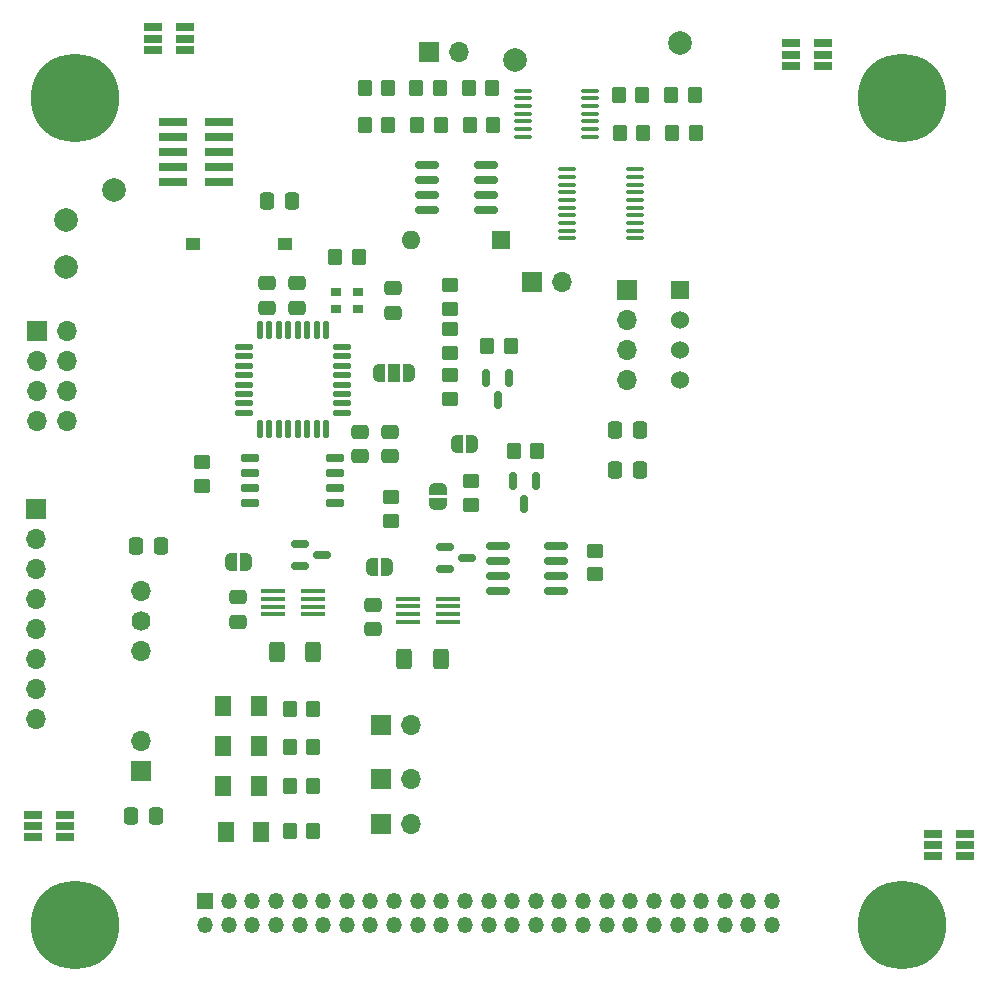
<source format=gts>
G04 #@! TF.GenerationSoftware,KiCad,Pcbnew,7.0.2*
G04 #@! TF.CreationDate,2023-04-28T23:30:38-06:00*
G04 #@! TF.ProjectId,BIRDS-X-PCB,42495244-532d-4582-9d50-43422e6b6963,rev?*
G04 #@! TF.SameCoordinates,Original*
G04 #@! TF.FileFunction,Soldermask,Top*
G04 #@! TF.FilePolarity,Negative*
%FSLAX46Y46*%
G04 Gerber Fmt 4.6, Leading zero omitted, Abs format (unit mm)*
G04 Created by KiCad (PCBNEW 7.0.2) date 2023-04-28 23:30:38*
%MOMM*%
%LPD*%
G01*
G04 APERTURE LIST*
G04 Aperture macros list*
%AMRoundRect*
0 Rectangle with rounded corners*
0 $1 Rounding radius*
0 $2 $3 $4 $5 $6 $7 $8 $9 X,Y pos of 4 corners*
0 Add a 4 corners polygon primitive as box body*
4,1,4,$2,$3,$4,$5,$6,$7,$8,$9,$2,$3,0*
0 Add four circle primitives for the rounded corners*
1,1,$1+$1,$2,$3*
1,1,$1+$1,$4,$5*
1,1,$1+$1,$6,$7*
1,1,$1+$1,$8,$9*
0 Add four rect primitives between the rounded corners*
20,1,$1+$1,$2,$3,$4,$5,0*
20,1,$1+$1,$4,$5,$6,$7,0*
20,1,$1+$1,$6,$7,$8,$9,0*
20,1,$1+$1,$8,$9,$2,$3,0*%
%AMFreePoly0*
4,1,19,0.500000,-0.750000,0.000000,-0.750000,0.000000,-0.744911,-0.071157,-0.744911,-0.207708,-0.704816,-0.327430,-0.627875,-0.420627,-0.520320,-0.479746,-0.390866,-0.500000,-0.250000,-0.500000,0.250000,-0.479746,0.390866,-0.420627,0.520320,-0.327430,0.627875,-0.207708,0.704816,-0.071157,0.744911,0.000000,0.744911,0.000000,0.750000,0.500000,0.750000,0.500000,-0.750000,0.500000,-0.750000,
$1*%
%AMFreePoly1*
4,1,19,0.000000,0.744911,0.071157,0.744911,0.207708,0.704816,0.327430,0.627875,0.420627,0.520320,0.479746,0.390866,0.500000,0.250000,0.500000,-0.250000,0.479746,-0.390866,0.420627,-0.520320,0.327430,-0.627875,0.207708,-0.704816,0.071157,-0.744911,0.000000,-0.744911,0.000000,-0.750000,-0.500000,-0.750000,-0.500000,0.750000,0.000000,0.750000,0.000000,0.744911,0.000000,0.744911,
$1*%
%AMFreePoly2*
4,1,19,0.550000,-0.750000,0.000000,-0.750000,0.000000,-0.744911,-0.071157,-0.744911,-0.207708,-0.704816,-0.327430,-0.627875,-0.420627,-0.520320,-0.479746,-0.390866,-0.500000,-0.250000,-0.500000,0.250000,-0.479746,0.390866,-0.420627,0.520320,-0.327430,0.627875,-0.207708,0.704816,-0.071157,0.744911,0.000000,0.744911,0.000000,0.750000,0.550000,0.750000,0.550000,-0.750000,0.550000,-0.750000,
$1*%
%AMFreePoly3*
4,1,19,0.000000,0.744911,0.071157,0.744911,0.207708,0.704816,0.327430,0.627875,0.420627,0.520320,0.479746,0.390866,0.500000,0.250000,0.500000,-0.250000,0.479746,-0.390866,0.420627,-0.520320,0.327430,-0.627875,0.207708,-0.704816,0.071157,-0.744911,0.000000,-0.744911,0.000000,-0.750000,-0.550000,-0.750000,-0.550000,0.750000,0.000000,0.750000,0.000000,0.744911,0.000000,0.744911,
$1*%
G04 Aperture macros list end*
%ADD10RoundRect,0.250000X0.350000X0.450000X-0.350000X0.450000X-0.350000X-0.450000X0.350000X-0.450000X0*%
%ADD11R,1.700000X1.700000*%
%ADD12O,1.700000X1.700000*%
%ADD13RoundRect,0.250000X-0.450000X0.350000X-0.450000X-0.350000X0.450000X-0.350000X0.450000X0.350000X0*%
%ADD14RoundRect,0.150000X-0.587500X-0.150000X0.587500X-0.150000X0.587500X0.150000X-0.587500X0.150000X0*%
%ADD15RoundRect,0.250000X-0.475000X0.337500X-0.475000X-0.337500X0.475000X-0.337500X0.475000X0.337500X0*%
%ADD16RoundRect,0.150000X-0.650000X-0.150000X0.650000X-0.150000X0.650000X0.150000X-0.650000X0.150000X0*%
%ADD17R,1.250000X1.000000*%
%ADD18RoundRect,0.250000X-0.350000X-0.450000X0.350000X-0.450000X0.350000X0.450000X-0.350000X0.450000X0*%
%ADD19FreePoly0,0.000000*%
%ADD20FreePoly1,0.000000*%
%ADD21RoundRect,0.150000X-0.825000X-0.150000X0.825000X-0.150000X0.825000X0.150000X-0.825000X0.150000X0*%
%ADD22C,2.000000*%
%ADD23R,0.900000X0.800000*%
%ADD24RoundRect,0.250000X-0.400000X-0.625000X0.400000X-0.625000X0.400000X0.625000X-0.400000X0.625000X0*%
%ADD25RoundRect,0.250000X0.450000X-0.350000X0.450000X0.350000X-0.450000X0.350000X-0.450000X-0.350000X0*%
%ADD26R,2.000000X0.400000*%
%ADD27R,1.524000X1.524000*%
%ADD28C,1.524000*%
%ADD29RoundRect,0.250001X-0.462499X-0.624999X0.462499X-0.624999X0.462499X0.624999X-0.462499X0.624999X0*%
%ADD30RoundRect,0.100000X-0.637500X-0.100000X0.637500X-0.100000X0.637500X0.100000X-0.637500X0.100000X0*%
%ADD31RoundRect,0.250000X0.475000X-0.337500X0.475000X0.337500X-0.475000X0.337500X-0.475000X-0.337500X0*%
%ADD32R,1.600000X1.600000*%
%ADD33O,1.600000X1.600000*%
%ADD34RoundRect,0.125000X-0.125000X0.625000X-0.125000X-0.625000X0.125000X-0.625000X0.125000X0.625000X0*%
%ADD35RoundRect,0.125000X-0.625000X0.125000X-0.625000X-0.125000X0.625000X-0.125000X0.625000X0.125000X0*%
%ADD36C,7.500000*%
%ADD37R,1.560000X0.650000*%
%ADD38RoundRect,0.250000X-0.337500X-0.475000X0.337500X-0.475000X0.337500X0.475000X-0.337500X0.475000X0*%
%ADD39RoundRect,0.150000X-0.150000X0.587500X-0.150000X-0.587500X0.150000X-0.587500X0.150000X0.587500X0*%
%ADD40O,1.600000X1.700000*%
%ADD41FreePoly0,90.000000*%
%ADD42FreePoly1,90.000000*%
%ADD43R,2.400000X0.740000*%
%ADD44FreePoly2,0.000000*%
%ADD45R,1.000000X1.500000*%
%ADD46FreePoly3,0.000000*%
%ADD47R,1.350000X1.350000*%
%ADD48O,1.350000X1.350000*%
G04 APERTURE END LIST*
D10*
X83500000Y-60000000D03*
X81500000Y-60000000D03*
D11*
X87000000Y-53750000D03*
D12*
X89540000Y-53750000D03*
D13*
X67750000Y-88500000D03*
X67750000Y-90500000D03*
D14*
X88325000Y-95650000D03*
X88325000Y-97550000D03*
X90200000Y-96600000D03*
D15*
X82260000Y-100560000D03*
X82260000Y-102635000D03*
D16*
X71794000Y-88138000D03*
X71794000Y-89408000D03*
X71794000Y-90678000D03*
X71794000Y-91948000D03*
X78994000Y-91948000D03*
X78994000Y-90678000D03*
X78994000Y-89408000D03*
X78994000Y-88138000D03*
D14*
X76000000Y-95400000D03*
X76000000Y-97300000D03*
X77875000Y-96350000D03*
D17*
X74750000Y-70000000D03*
X67000000Y-70000000D03*
D18*
X107565000Y-60625000D03*
X109565000Y-60625000D03*
X103025000Y-57450000D03*
X105025000Y-57450000D03*
D19*
X70165000Y-96920000D03*
D20*
X71465000Y-96920000D03*
D18*
X91871000Y-78712000D03*
X93871000Y-78712000D03*
D21*
X92775000Y-95595000D03*
X92775000Y-96865000D03*
X92775000Y-98135000D03*
X92775000Y-99405000D03*
X97725000Y-99405000D03*
X97725000Y-98135000D03*
X97725000Y-96865000D03*
X97725000Y-95595000D03*
D22*
X56250000Y-72000000D03*
D18*
X79026000Y-71120000D03*
X81026000Y-71120000D03*
D23*
X80971000Y-74115000D03*
X79121000Y-74115000D03*
X79121000Y-75565000D03*
X80971000Y-75565000D03*
D19*
X89316000Y-86952000D03*
D20*
X90616000Y-86952000D03*
D24*
X84875000Y-105175000D03*
X87975000Y-105175000D03*
D25*
X101000000Y-98000000D03*
X101000000Y-96000000D03*
D26*
X85190000Y-100065000D03*
X85190000Y-100705000D03*
X85190000Y-101365000D03*
X85190000Y-102005000D03*
X88610000Y-102005000D03*
X88610000Y-101365000D03*
X88610000Y-100705000D03*
X88610000Y-100065000D03*
D27*
X108200000Y-73930000D03*
D28*
X108200000Y-76470000D03*
X108200000Y-79010000D03*
X108200000Y-81550000D03*
D29*
X69555000Y-112555000D03*
X72530000Y-112555000D03*
X69747500Y-119805000D03*
X72722500Y-119805000D03*
D21*
X86806000Y-63373000D03*
X86806000Y-64643000D03*
X86806000Y-65913000D03*
X86806000Y-67183000D03*
X91756000Y-67183000D03*
X91756000Y-65913000D03*
X91756000Y-64643000D03*
X91756000Y-63373000D03*
D11*
X95710000Y-73250000D03*
D12*
X98250000Y-73250000D03*
D15*
X83947000Y-73765500D03*
X83947000Y-75840500D03*
D13*
X90532000Y-90126500D03*
X90532000Y-92126500D03*
D30*
X94887500Y-57050000D03*
X94887500Y-57700000D03*
X94887500Y-58350000D03*
X94887500Y-59000000D03*
X94887500Y-59650000D03*
X94887500Y-60300000D03*
X94887500Y-60950000D03*
X100612500Y-60950000D03*
X100612500Y-60300000D03*
X100612500Y-59650000D03*
X100612500Y-59000000D03*
X100612500Y-58350000D03*
X100612500Y-57700000D03*
X100612500Y-57050000D03*
D31*
X75819000Y-75438000D03*
X75819000Y-73363000D03*
X83693000Y-88011000D03*
X83693000Y-85936000D03*
D10*
X77180000Y-115955000D03*
X75180000Y-115955000D03*
D32*
X93091000Y-69723000D03*
D33*
X85471000Y-69723000D03*
D10*
X87975000Y-59990000D03*
X85975000Y-59990000D03*
D11*
X53721000Y-92456000D03*
D12*
X53721000Y-94996000D03*
X53721000Y-97536000D03*
X53721000Y-100076000D03*
X53721000Y-102616000D03*
X53721000Y-105156000D03*
X53721000Y-107696000D03*
X53721000Y-110236000D03*
D18*
X103120000Y-60625000D03*
X105120000Y-60625000D03*
D22*
X60250000Y-65500000D03*
D34*
X78238000Y-77359000D03*
X77438000Y-77359000D03*
X76638000Y-77359000D03*
X75838000Y-77359000D03*
X75038000Y-77359000D03*
X74238000Y-77359000D03*
X73438000Y-77359000D03*
X72638000Y-77359000D03*
D35*
X71263000Y-78734000D03*
X71263000Y-79534000D03*
X71263000Y-80334000D03*
X71263000Y-81134000D03*
X71263000Y-81934000D03*
X71263000Y-82734000D03*
X71263000Y-83534000D03*
X71263000Y-84334000D03*
D34*
X72638000Y-85709000D03*
X73438000Y-85709000D03*
X74238000Y-85709000D03*
X75038000Y-85709000D03*
X75838000Y-85709000D03*
X76638000Y-85709000D03*
X77438000Y-85709000D03*
X78238000Y-85709000D03*
D35*
X79613000Y-84334000D03*
X79613000Y-83534000D03*
X79613000Y-82734000D03*
X79613000Y-81934000D03*
X79613000Y-81134000D03*
X79613000Y-80334000D03*
X79613000Y-79534000D03*
X79613000Y-78734000D03*
D25*
X83750000Y-93500000D03*
X83750000Y-91500000D03*
D10*
X92325000Y-56815000D03*
X90325000Y-56815000D03*
D13*
X88750000Y-73500000D03*
X88750000Y-75500000D03*
D10*
X87880000Y-56815000D03*
X85880000Y-56815000D03*
D24*
X74080000Y-104540000D03*
X77180000Y-104540000D03*
D36*
X57000000Y-127700000D03*
D37*
X63590000Y-51705000D03*
X63590000Y-52655000D03*
X63590000Y-53605000D03*
X66290000Y-53605000D03*
X66290000Y-52655000D03*
X66290000Y-51705000D03*
D26*
X73760000Y-99455000D03*
X73760000Y-100095000D03*
X73760000Y-100755000D03*
X73760000Y-101395000D03*
X77180000Y-101395000D03*
X77180000Y-100755000D03*
X77180000Y-100095000D03*
X77180000Y-99455000D03*
D18*
X94141000Y-87602000D03*
X96141000Y-87602000D03*
D31*
X73279000Y-75438000D03*
X73279000Y-73363000D03*
D25*
X88750000Y-79250000D03*
X88750000Y-77250000D03*
D38*
X61770000Y-118495000D03*
X63845000Y-118495000D03*
D39*
X93726000Y-81407000D03*
X91826000Y-81407000D03*
X92776000Y-83282000D03*
D11*
X82895000Y-115320000D03*
D12*
X85435000Y-115320000D03*
D11*
X62575000Y-114685000D03*
D12*
X62575000Y-112145000D03*
X62575000Y-104525000D03*
D40*
X62575000Y-101985000D03*
D12*
X62575000Y-99445000D03*
D41*
X87722000Y-92044000D03*
D42*
X87722000Y-90744000D03*
D13*
X88696000Y-81157000D03*
X88696000Y-83157000D03*
D22*
X56250000Y-68000000D03*
D18*
X107470000Y-57450000D03*
X109470000Y-57450000D03*
D38*
X102717500Y-89170000D03*
X104792500Y-89170000D03*
D29*
X69555000Y-115945000D03*
X72530000Y-115945000D03*
D37*
X129630000Y-119970000D03*
X129630000Y-120920000D03*
X129630000Y-121870000D03*
X132330000Y-121870000D03*
X132330000Y-120920000D03*
X132330000Y-119970000D03*
D10*
X77180000Y-119755000D03*
X75180000Y-119755000D03*
D43*
X65300000Y-59710000D03*
X69200000Y-59710000D03*
X65300000Y-60980000D03*
X69200000Y-60980000D03*
X65300000Y-62250000D03*
X69200000Y-62250000D03*
X65300000Y-63520000D03*
X69200000Y-63520000D03*
X65300000Y-64790000D03*
X69200000Y-64790000D03*
D11*
X82895000Y-119130000D03*
D12*
X85435000Y-119130000D03*
D19*
X82135000Y-97425000D03*
D20*
X83435000Y-97425000D03*
D22*
X108250000Y-53000000D03*
D10*
X77180000Y-109375000D03*
X75180000Y-109375000D03*
D11*
X82895000Y-110760000D03*
D12*
X85435000Y-110760000D03*
D39*
X95977000Y-90139000D03*
X94077000Y-90139000D03*
X95027000Y-92014000D03*
D36*
X57000000Y-57700000D03*
D37*
X117650000Y-53050000D03*
X117650000Y-54000000D03*
X117650000Y-54950000D03*
X120350000Y-54950000D03*
X120350000Y-54000000D03*
X120350000Y-53050000D03*
D10*
X92420000Y-59990000D03*
X90420000Y-59990000D03*
D11*
X103755000Y-73930000D03*
D12*
X103755000Y-76470000D03*
X103755000Y-79010000D03*
X103755000Y-81550000D03*
D38*
X73257500Y-66421000D03*
X75332500Y-66421000D03*
X62172500Y-95635000D03*
X64247500Y-95635000D03*
D10*
X83500000Y-56820000D03*
X81500000Y-56820000D03*
D36*
X127000000Y-127700000D03*
D15*
X70830000Y-99925000D03*
X70830000Y-102000000D03*
D38*
X102717500Y-85820000D03*
X104792500Y-85820000D03*
D31*
X81153000Y-88011000D03*
X81153000Y-85936000D03*
D30*
X98665000Y-63710000D03*
X98665000Y-64360000D03*
X98665000Y-65010000D03*
X98665000Y-65660000D03*
X98665000Y-66310000D03*
X98665000Y-66960000D03*
X98665000Y-67610000D03*
X98665000Y-68260000D03*
X98665000Y-68910000D03*
X98665000Y-69560000D03*
X104390000Y-69560000D03*
X104390000Y-68910000D03*
X104390000Y-68260000D03*
X104390000Y-67610000D03*
X104390000Y-66960000D03*
X104390000Y-66310000D03*
X104390000Y-65660000D03*
X104390000Y-65010000D03*
X104390000Y-64360000D03*
X104390000Y-63710000D03*
D11*
X53800000Y-77400000D03*
D12*
X56340000Y-77400000D03*
X53800000Y-79940000D03*
X56340000Y-79940000D03*
X53800000Y-82480000D03*
X56340000Y-82480000D03*
X53800000Y-85020000D03*
X56340000Y-85020000D03*
D44*
X82700000Y-81000000D03*
D45*
X84000000Y-81000000D03*
D46*
X85300000Y-81000000D03*
D10*
X77180000Y-112665000D03*
X75180000Y-112665000D03*
D29*
X69555000Y-109165000D03*
X72530000Y-109165000D03*
D22*
X94250000Y-54500000D03*
D37*
X53430000Y-118385000D03*
X53430000Y-119335000D03*
X53430000Y-120285000D03*
X56130000Y-120285000D03*
X56130000Y-119335000D03*
X56130000Y-118385000D03*
D36*
X127000000Y-57700000D03*
D47*
X68000000Y-125700000D03*
D48*
X68000000Y-127700000D03*
X70000000Y-125700000D03*
X70000000Y-127700000D03*
X72000000Y-125700000D03*
X72000000Y-127700000D03*
X74000000Y-125700000D03*
X74000000Y-127700000D03*
X76000000Y-125700000D03*
X76000000Y-127700000D03*
X78000000Y-125700000D03*
X78000000Y-127700000D03*
X80000000Y-125700000D03*
X80000000Y-127700000D03*
X82000000Y-125700000D03*
X82000000Y-127700000D03*
X84000000Y-125700000D03*
X84000000Y-127700000D03*
X86000000Y-125700000D03*
X86000000Y-127700000D03*
X88000000Y-125700000D03*
X88000000Y-127700000D03*
X90000000Y-125700000D03*
X90000000Y-127700000D03*
X92000000Y-125700000D03*
X92000000Y-127700000D03*
X94000000Y-125700000D03*
X94000000Y-127700000D03*
X96000000Y-125700000D03*
X96000000Y-127700000D03*
X98000000Y-125700000D03*
X98000000Y-127700000D03*
X100000000Y-125700000D03*
X100000000Y-127700000D03*
X102000000Y-125700000D03*
X102000000Y-127700000D03*
X104000000Y-125700000D03*
X104000000Y-127700000D03*
X106000000Y-125700000D03*
X106000000Y-127700000D03*
X108000000Y-125700000D03*
X108000000Y-127700000D03*
X110000000Y-125700000D03*
X110000000Y-127700000D03*
X112000000Y-125700000D03*
X112000000Y-127700000D03*
X114000000Y-125700000D03*
X114000000Y-127700000D03*
X116000000Y-125700000D03*
X116000000Y-127700000D03*
M02*

</source>
